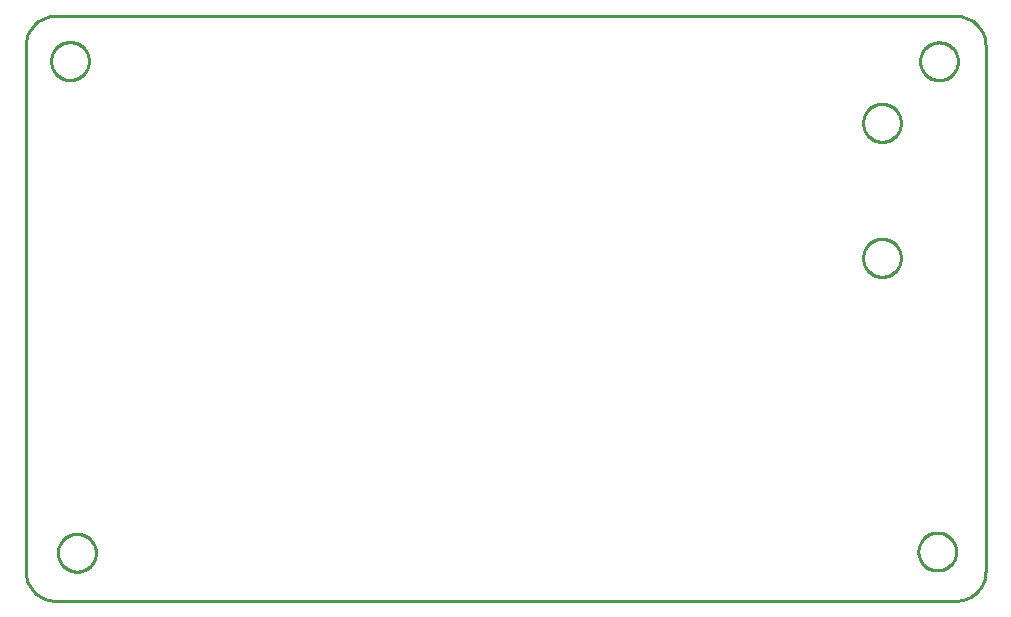
<source format=gbr>
G04 EAGLE Gerber RS-274X export*
G75*
%MOMM*%
%FSLAX34Y34*%
%LPD*%
%IN*%
%IPPOS*%
%AMOC8*
5,1,8,0,0,1.08239X$1,22.5*%
G01*
G04 Define Apertures*
%ADD10C,0.254000*%
D10*
X0Y25400D02*
X97Y23186D01*
X386Y20989D01*
X865Y18826D01*
X1532Y16713D01*
X2380Y14666D01*
X3403Y12700D01*
X4594Y10831D01*
X5942Y9073D01*
X7440Y7440D01*
X9073Y5942D01*
X10831Y4594D01*
X12700Y3403D01*
X14666Y2380D01*
X16713Y1532D01*
X18826Y865D01*
X20989Y386D01*
X23186Y97D01*
X25400Y0D01*
X787400Y0D01*
X789614Y97D01*
X791811Y386D01*
X793974Y865D01*
X796087Y1532D01*
X798135Y2380D01*
X800100Y3403D01*
X801969Y4594D01*
X803727Y5942D01*
X805361Y7440D01*
X806858Y9073D01*
X808206Y10831D01*
X809397Y12700D01*
X810420Y14666D01*
X811268Y16713D01*
X811935Y18826D01*
X812414Y20989D01*
X812703Y23186D01*
X812800Y25400D01*
X812800Y469900D01*
X812703Y472114D01*
X812414Y474311D01*
X811935Y476474D01*
X811268Y478587D01*
X810420Y480635D01*
X809397Y482600D01*
X808206Y484469D01*
X806858Y486227D01*
X805361Y487861D01*
X803727Y489358D01*
X801969Y490706D01*
X800100Y491897D01*
X798135Y492920D01*
X796087Y493768D01*
X793974Y494435D01*
X791811Y494914D01*
X789614Y495203D01*
X787400Y495300D01*
X25400Y495300D01*
X23186Y495203D01*
X20989Y494914D01*
X18826Y494435D01*
X16713Y493768D01*
X14666Y492920D01*
X12700Y491897D01*
X10831Y490706D01*
X9073Y489358D01*
X7440Y487861D01*
X5942Y486227D01*
X4594Y484469D01*
X3403Y482600D01*
X2380Y480635D01*
X1532Y478587D01*
X865Y476474D01*
X386Y474311D01*
X97Y472114D01*
X0Y469900D01*
X0Y25400D01*
X725608Y306355D02*
X726653Y306287D01*
X727692Y306150D01*
X728719Y305946D01*
X729731Y305675D01*
X730723Y305338D01*
X731691Y304937D01*
X732631Y304474D01*
X733538Y303950D01*
X734409Y303368D01*
X735240Y302730D01*
X736028Y302039D01*
X736768Y301299D01*
X737459Y300511D01*
X738097Y299680D01*
X738679Y298809D01*
X739203Y297902D01*
X739666Y296962D01*
X740067Y295994D01*
X740404Y295002D01*
X740675Y293991D01*
X740879Y292963D01*
X741016Y291925D01*
X741084Y290879D01*
X741084Y289832D01*
X741016Y288786D01*
X740879Y287748D01*
X740675Y286720D01*
X740404Y285708D01*
X740067Y284716D01*
X739666Y283749D01*
X739203Y282809D01*
X738679Y281902D01*
X738097Y281031D01*
X737459Y280200D01*
X736768Y279412D01*
X736028Y278671D01*
X735240Y277981D01*
X734409Y277343D01*
X733538Y276761D01*
X732631Y276237D01*
X731691Y275774D01*
X730723Y275373D01*
X729731Y275036D01*
X728719Y274765D01*
X727692Y274561D01*
X726653Y274424D01*
X725608Y274355D01*
X724560Y274355D01*
X723515Y274424D01*
X722477Y274561D01*
X721449Y274765D01*
X720437Y275036D01*
X719445Y275373D01*
X718477Y275774D01*
X717538Y276237D01*
X716631Y276761D01*
X715760Y277343D01*
X714929Y277981D01*
X714141Y278671D01*
X713400Y279412D01*
X712709Y280200D01*
X712072Y281031D01*
X711490Y281902D01*
X710966Y282809D01*
X710503Y283749D01*
X710102Y284716D01*
X709765Y285708D01*
X709494Y286720D01*
X709290Y287748D01*
X709153Y288786D01*
X709084Y289832D01*
X709084Y290879D01*
X709153Y291925D01*
X709290Y292963D01*
X709494Y293991D01*
X709765Y295002D01*
X710102Y295994D01*
X710503Y296962D01*
X710966Y297902D01*
X711490Y298809D01*
X712072Y299680D01*
X712709Y300511D01*
X713400Y301299D01*
X714141Y302039D01*
X714929Y302730D01*
X715760Y303368D01*
X716631Y303950D01*
X717538Y304474D01*
X718477Y304937D01*
X719445Y305338D01*
X720437Y305675D01*
X721449Y305946D01*
X722477Y306150D01*
X723515Y306287D01*
X724560Y306355D01*
X725608Y306355D01*
X725608Y420655D02*
X726653Y420587D01*
X727692Y420450D01*
X728719Y420246D01*
X729731Y419975D01*
X730723Y419638D01*
X731691Y419237D01*
X732631Y418774D01*
X733538Y418250D01*
X734409Y417668D01*
X735240Y417030D01*
X736028Y416339D01*
X736768Y415599D01*
X737459Y414811D01*
X738097Y413980D01*
X738679Y413109D01*
X739203Y412202D01*
X739666Y411262D01*
X740067Y410294D01*
X740404Y409302D01*
X740675Y408291D01*
X740879Y407263D01*
X741016Y406225D01*
X741084Y405179D01*
X741084Y404132D01*
X741016Y403086D01*
X740879Y402048D01*
X740675Y401020D01*
X740404Y400008D01*
X740067Y399016D01*
X739666Y398049D01*
X739203Y397109D01*
X738679Y396202D01*
X738097Y395331D01*
X737459Y394500D01*
X736768Y393712D01*
X736028Y392971D01*
X735240Y392281D01*
X734409Y391643D01*
X733538Y391061D01*
X732631Y390537D01*
X731691Y390074D01*
X730723Y389673D01*
X729731Y389336D01*
X728719Y389065D01*
X727692Y388861D01*
X726653Y388724D01*
X725608Y388655D01*
X724560Y388655D01*
X723515Y388724D01*
X722477Y388861D01*
X721449Y389065D01*
X720437Y389336D01*
X719445Y389673D01*
X718477Y390074D01*
X717538Y390537D01*
X716631Y391061D01*
X715760Y391643D01*
X714929Y392281D01*
X714141Y392971D01*
X713400Y393712D01*
X712709Y394500D01*
X712072Y395331D01*
X711490Y396202D01*
X710966Y397109D01*
X710503Y398049D01*
X710102Y399016D01*
X709765Y400008D01*
X709494Y401020D01*
X709290Y402048D01*
X709153Y403086D01*
X709084Y404132D01*
X709084Y405179D01*
X709153Y406225D01*
X709290Y407263D01*
X709494Y408291D01*
X709765Y409302D01*
X710102Y410294D01*
X710503Y411262D01*
X710966Y412202D01*
X711490Y413109D01*
X712072Y413980D01*
X712709Y414811D01*
X713400Y415599D01*
X714141Y416339D01*
X714929Y417030D01*
X715760Y417668D01*
X716631Y418250D01*
X717538Y418774D01*
X718477Y419237D01*
X719445Y419638D01*
X720437Y419975D01*
X721449Y420246D01*
X722477Y420450D01*
X723515Y420587D01*
X724560Y420655D01*
X725608Y420655D01*
X787906Y41132D02*
X787838Y40087D01*
X787701Y39048D01*
X787496Y38021D01*
X787225Y37009D01*
X786889Y36017D01*
X786488Y35049D01*
X786024Y34110D01*
X785501Y33202D01*
X784919Y32331D01*
X784281Y31500D01*
X783590Y30713D01*
X782849Y29972D01*
X782062Y29281D01*
X781231Y28644D01*
X780360Y28062D01*
X779452Y27538D01*
X778513Y27074D01*
X777545Y26673D01*
X776553Y26337D01*
X775541Y26066D01*
X774514Y25861D01*
X773475Y25725D01*
X772430Y25656D01*
X771382Y25656D01*
X770337Y25725D01*
X769298Y25861D01*
X768271Y26066D01*
X767259Y26337D01*
X766267Y26673D01*
X765299Y27074D01*
X764360Y27538D01*
X763452Y28062D01*
X762581Y28644D01*
X761750Y29281D01*
X760963Y29972D01*
X760222Y30713D01*
X759531Y31500D01*
X758894Y32331D01*
X758312Y33202D01*
X757788Y34110D01*
X757324Y35049D01*
X756923Y36017D01*
X756587Y37009D01*
X756316Y38021D01*
X756111Y39048D01*
X755975Y40087D01*
X755906Y41132D01*
X755906Y42180D01*
X755975Y43225D01*
X756111Y44264D01*
X756316Y45291D01*
X756587Y46303D01*
X756923Y47295D01*
X757324Y48263D01*
X757788Y49202D01*
X758312Y50110D01*
X758894Y50981D01*
X759531Y51812D01*
X760222Y52599D01*
X760963Y53340D01*
X761750Y54031D01*
X762581Y54669D01*
X763452Y55251D01*
X764360Y55774D01*
X765299Y56238D01*
X766267Y56639D01*
X767259Y56975D01*
X768271Y57246D01*
X769298Y57451D01*
X770337Y57588D01*
X771382Y57656D01*
X772430Y57656D01*
X773475Y57588D01*
X774514Y57451D01*
X775541Y57246D01*
X776553Y56975D01*
X777545Y56639D01*
X778513Y56238D01*
X779452Y55774D01*
X780360Y55251D01*
X781231Y54669D01*
X782062Y54031D01*
X782849Y53340D01*
X783590Y52599D01*
X784281Y51812D01*
X784919Y50981D01*
X785501Y50110D01*
X786024Y49202D01*
X786488Y48263D01*
X786889Y47295D01*
X787225Y46303D01*
X787496Y45291D01*
X787701Y44264D01*
X787838Y43225D01*
X787906Y42180D01*
X787906Y41132D01*
X53592Y456422D02*
X53524Y455377D01*
X53387Y454338D01*
X53182Y453311D01*
X52911Y452299D01*
X52575Y451307D01*
X52174Y450339D01*
X51710Y449400D01*
X51187Y448492D01*
X50605Y447621D01*
X49967Y446790D01*
X49276Y446003D01*
X48535Y445262D01*
X47748Y444571D01*
X46917Y443934D01*
X46046Y443352D01*
X45138Y442828D01*
X44199Y442364D01*
X43231Y441963D01*
X42239Y441627D01*
X41227Y441356D01*
X40200Y441151D01*
X39161Y441015D01*
X38116Y440946D01*
X37068Y440946D01*
X36023Y441015D01*
X34984Y441151D01*
X33957Y441356D01*
X32945Y441627D01*
X31953Y441963D01*
X30985Y442364D01*
X30046Y442828D01*
X29138Y443352D01*
X28267Y443934D01*
X27436Y444571D01*
X26649Y445262D01*
X25908Y446003D01*
X25217Y446790D01*
X24580Y447621D01*
X23998Y448492D01*
X23474Y449400D01*
X23010Y450339D01*
X22609Y451307D01*
X22273Y452299D01*
X22002Y453311D01*
X21797Y454338D01*
X21661Y455377D01*
X21592Y456422D01*
X21592Y457470D01*
X21661Y458515D01*
X21797Y459554D01*
X22002Y460581D01*
X22273Y461593D01*
X22609Y462585D01*
X23010Y463553D01*
X23474Y464492D01*
X23998Y465400D01*
X24580Y466271D01*
X25217Y467102D01*
X25908Y467889D01*
X26649Y468630D01*
X27436Y469321D01*
X28267Y469959D01*
X29138Y470541D01*
X30046Y471064D01*
X30985Y471528D01*
X31953Y471929D01*
X32945Y472265D01*
X33957Y472536D01*
X34984Y472741D01*
X36023Y472878D01*
X37068Y472946D01*
X38116Y472946D01*
X39161Y472878D01*
X40200Y472741D01*
X41227Y472536D01*
X42239Y472265D01*
X43231Y471929D01*
X44199Y471528D01*
X45138Y471064D01*
X46046Y470541D01*
X46917Y469959D01*
X47748Y469321D01*
X48535Y468630D01*
X49276Y467889D01*
X49967Y467102D01*
X50605Y466271D01*
X51187Y465400D01*
X51710Y464492D01*
X52174Y463553D01*
X52575Y462585D01*
X52911Y461593D01*
X53182Y460581D01*
X53387Y459554D01*
X53524Y458515D01*
X53592Y457470D01*
X53592Y456422D01*
X789430Y456168D02*
X789362Y455123D01*
X789225Y454084D01*
X789020Y453057D01*
X788749Y452045D01*
X788413Y451053D01*
X788012Y450085D01*
X787548Y449146D01*
X787025Y448238D01*
X786443Y447367D01*
X785805Y446536D01*
X785114Y445749D01*
X784373Y445008D01*
X783586Y444317D01*
X782755Y443680D01*
X781884Y443098D01*
X780976Y442574D01*
X780037Y442110D01*
X779069Y441709D01*
X778077Y441373D01*
X777065Y441102D01*
X776038Y440897D01*
X774999Y440761D01*
X773954Y440692D01*
X772906Y440692D01*
X771861Y440761D01*
X770822Y440897D01*
X769795Y441102D01*
X768783Y441373D01*
X767791Y441709D01*
X766823Y442110D01*
X765884Y442574D01*
X764976Y443098D01*
X764105Y443680D01*
X763274Y444317D01*
X762487Y445008D01*
X761746Y445749D01*
X761055Y446536D01*
X760418Y447367D01*
X759836Y448238D01*
X759312Y449146D01*
X758848Y450085D01*
X758447Y451053D01*
X758111Y452045D01*
X757840Y453057D01*
X757635Y454084D01*
X757499Y455123D01*
X757430Y456168D01*
X757430Y457216D01*
X757499Y458261D01*
X757635Y459300D01*
X757840Y460327D01*
X758111Y461339D01*
X758447Y462331D01*
X758848Y463299D01*
X759312Y464238D01*
X759836Y465146D01*
X760418Y466017D01*
X761055Y466848D01*
X761746Y467635D01*
X762487Y468376D01*
X763274Y469067D01*
X764105Y469705D01*
X764976Y470287D01*
X765884Y470810D01*
X766823Y471274D01*
X767791Y471675D01*
X768783Y472011D01*
X769795Y472282D01*
X770822Y472487D01*
X771861Y472624D01*
X772906Y472692D01*
X773954Y472692D01*
X774999Y472624D01*
X776038Y472487D01*
X777065Y472282D01*
X778077Y472011D01*
X779069Y471675D01*
X780037Y471274D01*
X780976Y470810D01*
X781884Y470287D01*
X782755Y469705D01*
X783586Y469067D01*
X784373Y468376D01*
X785114Y467635D01*
X785805Y466848D01*
X786443Y466017D01*
X787025Y465146D01*
X787548Y464238D01*
X788012Y463299D01*
X788413Y462331D01*
X788749Y461339D01*
X789020Y460327D01*
X789225Y459300D01*
X789362Y458261D01*
X789430Y457216D01*
X789430Y456168D01*
X59434Y40116D02*
X59366Y39071D01*
X59229Y38032D01*
X59024Y37005D01*
X58753Y35993D01*
X58417Y35001D01*
X58016Y34033D01*
X57552Y33094D01*
X57029Y32186D01*
X56447Y31315D01*
X55809Y30484D01*
X55118Y29697D01*
X54377Y28956D01*
X53590Y28265D01*
X52759Y27628D01*
X51888Y27046D01*
X50980Y26522D01*
X50041Y26058D01*
X49073Y25657D01*
X48081Y25321D01*
X47069Y25050D01*
X46042Y24845D01*
X45003Y24709D01*
X43958Y24640D01*
X42910Y24640D01*
X41865Y24709D01*
X40826Y24845D01*
X39799Y25050D01*
X38787Y25321D01*
X37795Y25657D01*
X36827Y26058D01*
X35888Y26522D01*
X34980Y27046D01*
X34109Y27628D01*
X33278Y28265D01*
X32491Y28956D01*
X31750Y29697D01*
X31059Y30484D01*
X30422Y31315D01*
X29840Y32186D01*
X29316Y33094D01*
X28852Y34033D01*
X28451Y35001D01*
X28115Y35993D01*
X27844Y37005D01*
X27639Y38032D01*
X27503Y39071D01*
X27434Y40116D01*
X27434Y41164D01*
X27503Y42209D01*
X27639Y43248D01*
X27844Y44275D01*
X28115Y45287D01*
X28451Y46279D01*
X28852Y47247D01*
X29316Y48186D01*
X29840Y49094D01*
X30422Y49965D01*
X31059Y50796D01*
X31750Y51583D01*
X32491Y52324D01*
X33278Y53015D01*
X34109Y53653D01*
X34980Y54235D01*
X35888Y54758D01*
X36827Y55222D01*
X37795Y55623D01*
X38787Y55959D01*
X39799Y56230D01*
X40826Y56435D01*
X41865Y56572D01*
X42910Y56640D01*
X43958Y56640D01*
X45003Y56572D01*
X46042Y56435D01*
X47069Y56230D01*
X48081Y55959D01*
X49073Y55623D01*
X50041Y55222D01*
X50980Y54758D01*
X51888Y54235D01*
X52759Y53653D01*
X53590Y53015D01*
X54377Y52324D01*
X55118Y51583D01*
X55809Y50796D01*
X56447Y49965D01*
X57029Y49094D01*
X57552Y48186D01*
X58016Y47247D01*
X58417Y46279D01*
X58753Y45287D01*
X59024Y44275D01*
X59229Y43248D01*
X59366Y42209D01*
X59434Y41164D01*
X59434Y40116D01*
M02*

</source>
